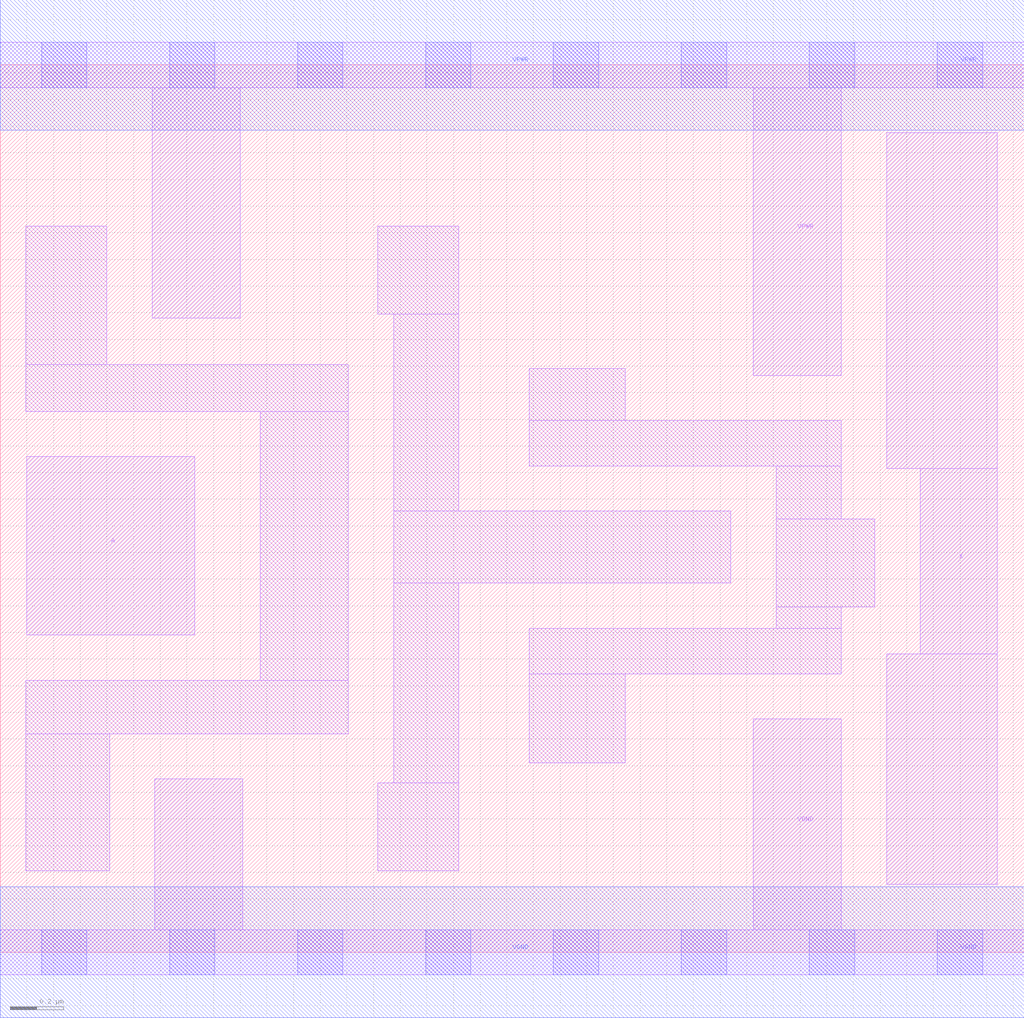
<source format=lef>
# Copyright 2020 The SkyWater PDK Authors
#
# Licensed under the Apache License, Version 2.0 (the "License");
# you may not use this file except in compliance with the License.
# You may obtain a copy of the License at
#
#     https://www.apache.org/licenses/LICENSE-2.0
#
# Unless required by applicable law or agreed to in writing, software
# distributed under the License is distributed on an "AS IS" BASIS,
# WITHOUT WARRANTIES OR CONDITIONS OF ANY KIND, either express or implied.
# See the License for the specific language governing permissions and
# limitations under the License.
#
# SPDX-License-Identifier: Apache-2.0

VERSION 5.7 ;
  NAMESCASESENSITIVE ON ;
  NOWIREEXTENSIONATPIN ON ;
  DIVIDERCHAR "/" ;
  BUSBITCHARS "[]" ;
UNITS
  DATABASE MICRONS 200 ;
END UNITS
MACRO sky130_fd_sc_lp__dlygate4s50_1
  CLASS CORE ;
  SOURCE USER ;
  FOREIGN sky130_fd_sc_lp__dlygate4s50_1 ;
  ORIGIN  0.000000  0.000000 ;
  SIZE  3.840000 BY  3.330000 ;
  SYMMETRY X Y R90 ;
  SITE unit ;
  PIN A
    ANTENNAGATEAREA  0.126000 ;
    DIRECTION INPUT ;
    USE SIGNAL ;
    PORT
      LAYER li1 ;
        RECT 0.100000 1.190000 0.730000 1.860000 ;
    END
  END A
  PIN X
    ANTENNADIFFAREA  0.556500 ;
    DIRECTION OUTPUT ;
    USE SIGNAL ;
    PORT
      LAYER li1 ;
        RECT 3.325000 0.255000 3.740000 1.120000 ;
        RECT 3.325000 1.815000 3.740000 3.075000 ;
        RECT 3.450000 1.120000 3.740000 1.815000 ;
    END
  END X
  PIN VGND
    DIRECTION INOUT ;
    USE GROUND ;
    PORT
      LAYER li1 ;
        RECT 0.000000 -0.085000 3.840000 0.085000 ;
        RECT 0.580000  0.085000 0.910000 0.650000 ;
        RECT 2.825000  0.085000 3.155000 0.875000 ;
      LAYER mcon ;
        RECT 0.155000 -0.085000 0.325000 0.085000 ;
        RECT 0.635000 -0.085000 0.805000 0.085000 ;
        RECT 1.115000 -0.085000 1.285000 0.085000 ;
        RECT 1.595000 -0.085000 1.765000 0.085000 ;
        RECT 2.075000 -0.085000 2.245000 0.085000 ;
        RECT 2.555000 -0.085000 2.725000 0.085000 ;
        RECT 3.035000 -0.085000 3.205000 0.085000 ;
        RECT 3.515000 -0.085000 3.685000 0.085000 ;
      LAYER met1 ;
        RECT 0.000000 -0.245000 3.840000 0.245000 ;
    END
  END VGND
  PIN VPWR
    DIRECTION INOUT ;
    USE POWER ;
    PORT
      LAYER li1 ;
        RECT 0.000000 3.245000 3.840000 3.415000 ;
        RECT 0.570000 2.380000 0.900000 3.245000 ;
        RECT 2.825000 2.165000 3.155000 3.245000 ;
      LAYER mcon ;
        RECT 0.155000 3.245000 0.325000 3.415000 ;
        RECT 0.635000 3.245000 0.805000 3.415000 ;
        RECT 1.115000 3.245000 1.285000 3.415000 ;
        RECT 1.595000 3.245000 1.765000 3.415000 ;
        RECT 2.075000 3.245000 2.245000 3.415000 ;
        RECT 2.555000 3.245000 2.725000 3.415000 ;
        RECT 3.035000 3.245000 3.205000 3.415000 ;
        RECT 3.515000 3.245000 3.685000 3.415000 ;
      LAYER met1 ;
        RECT 0.000000 3.085000 3.840000 3.575000 ;
    END
  END VPWR
  OBS
    LAYER li1 ;
      RECT 0.095000 0.305000 0.410000 0.820000 ;
      RECT 0.095000 0.820000 1.305000 1.020000 ;
      RECT 0.095000 2.030000 1.305000 2.205000 ;
      RECT 0.095000 2.205000 0.400000 2.725000 ;
      RECT 0.975000 1.020000 1.305000 2.030000 ;
      RECT 1.415000 0.305000 1.720000 0.635000 ;
      RECT 1.415000 2.395000 1.720000 2.725000 ;
      RECT 1.475000 0.635000 1.720000 1.385000 ;
      RECT 1.475000 1.385000 2.740000 1.655000 ;
      RECT 1.475000 1.655000 1.720000 2.395000 ;
      RECT 1.985000 0.710000 2.345000 1.045000 ;
      RECT 1.985000 1.045000 3.155000 1.215000 ;
      RECT 1.985000 1.825000 3.155000 1.995000 ;
      RECT 1.985000 1.995000 2.345000 2.190000 ;
      RECT 2.910000 1.215000 3.155000 1.295000 ;
      RECT 2.910000 1.295000 3.280000 1.625000 ;
      RECT 2.910000 1.625000 3.155000 1.825000 ;
  END
END sky130_fd_sc_lp__dlygate4s50_1

</source>
